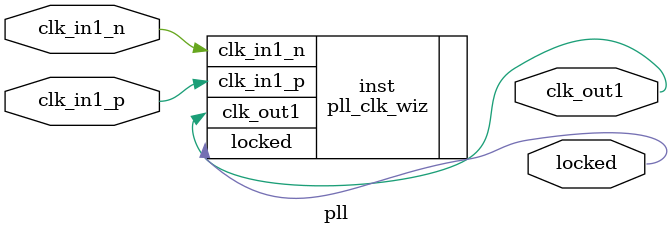
<source format=v>


`timescale 1ps/1ps

(* CORE_GENERATION_INFO = "pll,clk_wiz_v6_0_13_0_0,{component_name=pll,use_phase_alignment=true,use_min_o_jitter=false,use_max_i_jitter=false,use_dyn_phase_shift=false,use_inclk_switchover=false,use_dyn_reconfig=false,enable_axi=0,feedback_source=FDBK_AUTO,PRIMITIVE=PLL,num_out_clk=1,clkin1_period=5.000,clkin2_period=10.0,use_power_down=false,use_reset=false,use_locked=true,use_inclk_stopped=false,feedback_type=SINGLE,CLOCK_MGR_TYPE=NA,manual_override=false}" *)

module pll 
 (
  // Clock out ports
  output        clk_out1,
  // Status and control signals
  output        locked,
 // Clock in ports
  input         clk_in1_p,
  input         clk_in1_n
 );

  pll_clk_wiz inst
  (
  // Clock out ports  
  .clk_out1(clk_out1),
  // Status and control signals               
  .locked(locked),
 // Clock in ports
  .clk_in1_p(clk_in1_p),
  .clk_in1_n(clk_in1_n)
  );

endmodule

</source>
